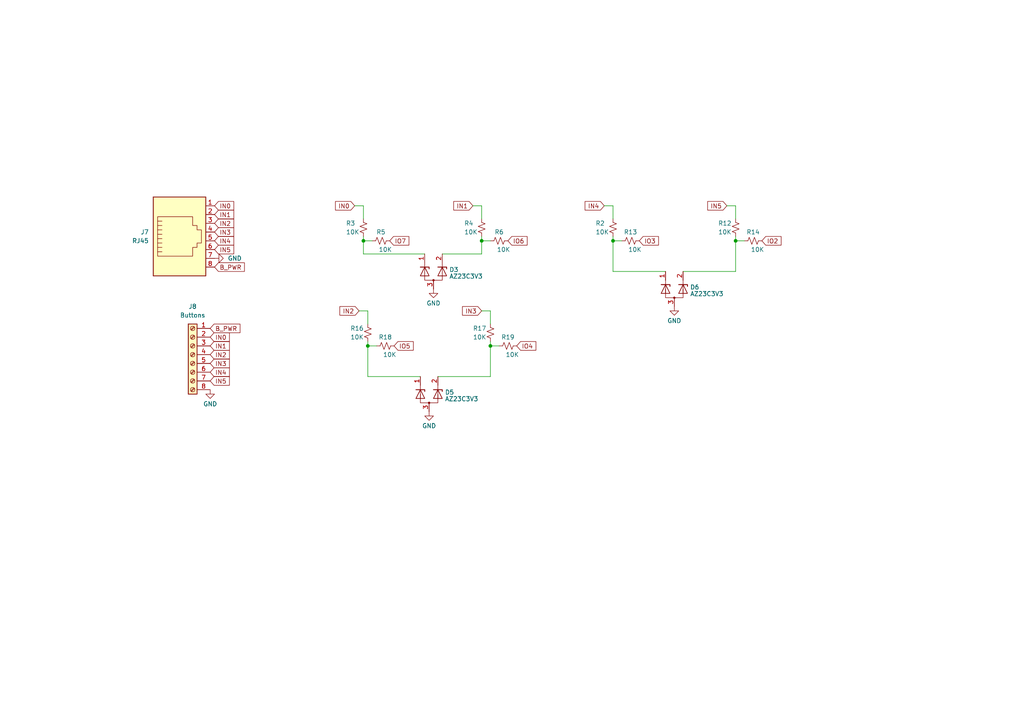
<source format=kicad_sch>
(kicad_sch (version 20230121) (generator eeschema)
  (paper "A4")
  (title_block (title "Button Station") (date "2023-09-23") (rev "v1"))
  (lib_symbols
    (symbol "Connector:RJ45" (pin_names (offset 1.016))
      (property "Reference" "J" (at -5.08 13.97 0))
      (property "Value" "RJ45" (at 2.54 13.97 0))
      (symbol "RJ45_0_1"
        (polyline (pts (xy -5.08 4.445) (xy -6.35 4.445)))
        (polyline (pts (xy -5.08 5.715) (xy -6.35 5.715)))
        (polyline (pts (xy -6.35 -3.175) (xy -5.08 -3.175) (xy -5.08 -3.175)))
        (polyline (pts (xy -6.35 -1.905) (xy -5.08 -1.905) (xy -5.08 -1.905)))
        (polyline (pts (xy -6.35 -0.635) (xy -5.08 -0.635) (xy -5.08 -0.635)))
        (polyline (pts (xy -6.35 0.635) (xy -5.08 0.635) (xy -5.08 0.635)))
        (polyline (pts (xy -6.35 1.905) (xy -5.08 1.905) (xy -5.08 1.905)))
        (polyline (pts (xy -5.08 3.175) (xy -6.35 3.175) (xy -6.35 3.175)))
        (polyline (pts (xy -6.35 -4.445) (xy -6.35 6.985) (xy 3.81 6.985) (xy 3.81 4.445) (xy 5.08 4.445) (xy 5.08 3.175) (xy 6.35 3.175) (xy 6.35 -0.635) (xy 5.08 -0.635) (xy 5.08 -1.905) (xy 3.81 -1.905) (xy 3.81 -4.445) (xy -6.35 -4.445) (xy -6.35 -4.445)))
        (rectangle (start 7.62 12.7) (end -7.62 -10.16) (stroke (width 0.254)) (fill (type background)))
      )
      (symbol "RJ45_1_1"
        (pin passive line (at 10.16 -7.62 180) (length 2.54) (name "~") (number "1"))
        (pin passive line (at 10.16 -5.08 180) (length 2.54) (name "~") (number "2"))
        (pin passive line (at 10.16 -2.54 180) (length 2.54) (name "~") (number "3"))
        (pin passive line (at 10.16 0 180) (length 2.54) (name "~") (number "4"))
        (pin passive line (at 10.16 2.54 180) (length 2.54) (name "~") (number "5"))
        (pin passive line (at 10.16 5.08 180) (length 2.54) (name "~") (number "6"))
        (pin passive line (at 10.16 7.62 180) (length 2.54) (name "~") (number "7"))
        (pin passive line (at 10.16 10.16 180) (length 2.54) (name "~") (number "8"))
      )
    )
    (symbol "Connector:Screw_Terminal_01x08" (pin_names (offset 1.016) hide)
      (property "Reference" "J" (at 0 10.16 0))
      (property "Value" "Screw_Terminal_01x08" (at 0 -12.7 0))
      (symbol "Screw_Terminal_01x08_1_1"
        (rectangle (start -1.27 8.89) (end 1.27 -11.43) (stroke (width 0.254)) (fill (type background)))
        (circle (center 0 -10.16) (radius 0.635) (stroke (width 0.1524)))
        (circle (center 0 -7.62) (radius 0.635) (stroke (width 0.1524)))
        (circle (center 0 -5.08) (radius 0.635) (stroke (width 0.1524)))
        (circle (center 0 -2.54) (radius 0.635) (stroke (width 0.1524)))
        (polyline (pts (xy -0.5334 -9.8298) (xy 0.3302 -10.668)) (stroke (width 0.1524)))
        (polyline (pts (xy -0.5334 -7.2898) (xy 0.3302 -8.128)) (stroke (width 0.1524)))
        (polyline (pts (xy -0.5334 -4.7498) (xy 0.3302 -5.588)) (stroke (width 0.1524)))
        (polyline (pts (xy -0.5334 -2.2098) (xy 0.3302 -3.048)) (stroke (width 0.1524)))
        (polyline (pts (xy -0.5334 0.3302) (xy 0.3302 -0.508)) (stroke (width 0.1524)))
        (polyline (pts (xy -0.5334 2.8702) (xy 0.3302 2.032)) (stroke (width 0.1524)))
        (polyline (pts (xy -0.5334 5.4102) (xy 0.3302 4.572)) (stroke (width 0.1524)))
        (polyline (pts (xy -0.5334 7.9502) (xy 0.3302 7.112)) (stroke (width 0.1524)))
        (polyline (pts (xy -0.3556 -9.652) (xy 0.508 -10.4902)) (stroke (width 0.1524)))
        (polyline (pts (xy -0.3556 -7.112) (xy 0.508 -7.9502)) (stroke (width 0.1524)))
        (polyline (pts (xy -0.3556 -4.572) (xy 0.508 -5.4102)) (stroke (width 0.1524)))
        (polyline (pts (xy -0.3556 -2.032) (xy 0.508 -2.8702)) (stroke (width 0.1524)))
        (polyline (pts (xy -0.3556 0.508) (xy 0.508 -0.3302)) (stroke (width 0.1524)))
        (polyline (pts (xy -0.3556 3.048) (xy 0.508 2.2098)) (stroke (width 0.1524)))
        (polyline (pts (xy -0.3556 5.588) (xy 0.508 4.7498)) (stroke (width 0.1524)))
        (polyline (pts (xy -0.3556 8.128) (xy 0.508 7.2898)) (stroke (width 0.1524)))
        (circle (center 0 0) (radius 0.635) (stroke (width 0.1524)))
        (circle (center 0 2.54) (radius 0.635) (stroke (width 0.1524)))
        (circle (center 0 5.08) (radius 0.635) (stroke (width 0.1524)))
        (circle (center 0 7.62) (radius 0.635) (stroke (width 0.1524)))
        (pin passive line (at -5.08 7.62 0) (length 3.81) (name "Pin_1") (number "1"))
        (pin passive line (at -5.08 5.08 0) (length 3.81) (name "Pin_2") (number "2"))
        (pin passive line (at -5.08 2.54 0) (length 3.81) (name "Pin_3") (number "3"))
        (pin passive line (at -5.08 0 0) (length 3.81) (name "Pin_4") (number "4"))
        (pin passive line (at -5.08 -2.54 0) (length 3.81) (name "Pin_5") (number "5"))
        (pin passive line (at -5.08 -5.08 0) (length 3.81) (name "Pin_6") (number "6"))
        (pin passive line (at -5.08 -7.62 0) (length 3.81) (name "Pin_7") (number "7"))
        (pin passive line (at -5.08 -10.16 0) (length 3.81) (name "Pin_8") (number "8"))
      )
    )
    (symbol "Device:R_Small_US" (pin_numbers hide) (pin_names (offset 0.254) hide)
      (property "Reference" "R" (at 0.762 0.508 0))
      (property "Value" "R_Small_US" (at 0.762 -1.016 0))
      (symbol "R_Small_US_1_1"
        (polyline (pts (xy 0 0) (xy 1.016 -0.381) (xy 0 -0.762) (xy -1.016 -1.143) (xy 0 -1.524)))
        (polyline (pts (xy 0 1.524) (xy 1.016 1.143) (xy 0 0.762) (xy -1.016 0.381) (xy 0 0)))
        (pin passive line (at 0 2.54 270) (length 1.016) (name "~") (number "1"))
        (pin passive line (at 0 -2.54 90) (length 1.016) (name "~") (number "2"))
      )
    )
    (symbol "Diode:2BZX84Cxx" (pin_names (offset 1.016) hide)
      (property "Reference" "D" (at 3.81 2.54 0))
      (property "Value" "2BZX84Cxx" (at 3.81 0 0))
      (symbol "2BZX84Cxx_0_1"
        (circle (center 0 -2.54) (radius 0.254) (fill (type outline)))
        (polyline (pts (xy -2.54 -1.27) (xy -2.54 2.54)))
        (polyline (pts (xy 2.54 -1.27) (xy 2.54 2.54)))
        (polyline (pts (xy -3.81 1.27) (xy -1.27 1.27) (xy -1.27 0.762)) (stroke (width 0.254)))
        (polyline (pts (xy 1.27 1.27) (xy 3.81 1.27) (xy 3.81 0.762)) (stroke (width 0.254)))
        (polyline (pts (xy -2.54 0) (xy -2.54 -2.54) (xy 2.54 -2.54) (xy 2.54 0)))
      )
      (symbol "2BZX84Cxx_1_1"
        (polyline (pts (xy -3.81 -1.27) (xy -1.27 -1.27) (xy -2.54 1.27) (xy -3.81 -1.27)) (stroke (width 0.2032)))
        (polyline (pts (xy 1.27 -1.27) (xy 3.81 -1.27) (xy 2.54 1.27) (xy 1.27 -1.27)) (stroke (width 0.2032)))
        (pin passive line (at -2.54 5.08 270) (length 2.54) (name "K") (number "1"))
        (pin passive line (at 2.54 5.08 270) (length 2.54) (name "K") (number "2"))
        (pin passive line (at 0 -5.08 90) (length 2.54) (name "A") (number "3"))
      )
    )
    (symbol "power:GND" (power) (pin_names (offset 0))
      (property "Value" "GND" (at 0 -3.81 0))
      (symbol "GND_0_1"
        (polyline (pts (xy 0 0) (xy 0 -1.27) (xy 1.27 -1.27) (xy 0 -2.54) (xy -1.27 -1.27) (xy 0 -1.27)))
      )
      (symbol "GND_1_1"
        (pin power_in line (at 0 0 270) (length 0) hide (name "GND") (number "1"))
      )
    )
  )
  (junction (at 213.36 69.85))
  (junction (at 106.68 100.33))
  (junction (at 105.41 69.85))
  (junction (at 142.24 100.33))
  (junction (at 139.7 69.85))
  (junction (at 177.8 69.85))
  (wire (pts (xy 106.68 109.22) (xy 121.92 109.22)))
  (wire (pts (xy 177.8 69.85) (xy 177.8 78.74)))
  (wire (pts (xy 210.82 59.69) (xy 213.36 59.69)))
  (wire (pts (xy 105.41 59.69) (xy 105.41 63.5)))
  (wire (pts (xy 105.41 69.85) (xy 107.95 69.85)))
  (wire (pts (xy 142.24 100.33) (xy 144.78 100.33)))
  (wire (pts (xy 102.87 59.69) (xy 105.41 59.69)))
  (wire (pts (xy 106.68 90.17) (xy 106.68 93.98)))
  (wire (pts (xy 139.7 90.17) (xy 142.24 90.17)))
  (wire (pts (xy 139.7 59.69) (xy 139.7 63.5)))
  (wire (pts (xy 106.68 100.33) (xy 106.68 109.22)))
  (wire (pts (xy 142.24 90.17) (xy 142.24 93.98)))
  (wire (pts (xy 123.19 73.66) (xy 105.41 73.66)))
  (wire (pts (xy 213.36 59.69) (xy 213.36 63.5)))
  (wire (pts (xy 213.36 68.58) (xy 213.36 69.85)))
  (wire (pts (xy 177.8 69.85) (xy 180.34 69.85)))
  (wire (pts (xy 106.68 100.33) (xy 109.22 100.33)))
  (wire (pts (xy 137.16 59.69) (xy 139.7 59.69)))
  (wire (pts (xy 142.24 99.06) (xy 142.24 100.33)))
  (wire (pts (xy 139.7 73.66) (xy 128.27 73.66)))
  (wire (pts (xy 177.8 78.74) (xy 193.04 78.74)))
  (wire (pts (xy 177.8 68.58) (xy 177.8 69.85)))
  (wire (pts (xy 177.8 59.69) (xy 177.8 63.5)))
  (wire (pts (xy 106.68 99.06) (xy 106.68 100.33)))
  (wire (pts (xy 127 109.22) (xy 142.24 109.22)))
  (wire (pts (xy 139.7 69.85) (xy 142.24 69.85)))
  (wire (pts (xy 104.14 90.17) (xy 106.68 90.17)))
  (wire (pts (xy 105.41 68.58) (xy 105.41 69.85)))
  (wire (pts (xy 198.12 78.74) (xy 213.36 78.74)))
  (wire (pts (xy 105.41 69.85) (xy 105.41 73.66)))
  (wire (pts (xy 139.7 68.58) (xy 139.7 69.85)))
  (wire (pts (xy 175.26 59.69) (xy 177.8 59.69)))
  (wire (pts (xy 142.24 100.33) (xy 142.24 109.22)))
  (wire (pts (xy 139.7 69.85) (xy 139.7 73.66)))
  (wire (pts (xy 213.36 69.85) (xy 213.36 78.74)))
  (wire (pts (xy 213.36 69.85) (xy 215.9 69.85)))
  (global_label "IO7" (shape input) (at 113.03 69.85 0) (property "Intersheetrefs" "${INTERSHEET_REFS}" (effects hide)))
  (global_label "IN4" (shape input) (at 60.96 107.95 0) (property "Intersheetrefs" "${INTERSHEET_REFS}" (effects hide)))
  (global_label "IN1" (shape input) (at 62.23 62.23 0) (property "Intersheetrefs" "${INTERSHEET_REFS}" (effects hide)))
  (global_label "IN0" (shape input) (at 60.96 97.79 0) (property "Intersheetrefs" "${INTERSHEET_REFS}" (effects hide)))
  (global_label "IN5" (shape input) (at 62.23 72.39 0) (property "Intersheetrefs" "${INTERSHEET_REFS}" (effects hide)))
  (global_label "IN1" (shape input) (at 137.16 59.69 180) (property "Intersheetrefs" "${INTERSHEET_REFS}" (effects hide)))
  (global_label "IN3" (shape input) (at 139.7 90.17 180) (property "Intersheetrefs" "${INTERSHEET_REFS}" (effects hide)))
  (global_label "IN5" (shape input) (at 210.82 59.69 180) (property "Intersheetrefs" "${INTERSHEET_REFS}" (effects hide)))
  (global_label "IN4" (shape input) (at 62.23 69.85 0) (property "Intersheetrefs" "${INTERSHEET_REFS}" (effects hide)))
  (global_label "IO6" (shape input) (at 147.32 69.85 0) (property "Intersheetrefs" "${INTERSHEET_REFS}" (effects hide)))
  (global_label "IN3" (shape input) (at 60.96 105.41 0) (property "Intersheetrefs" "${INTERSHEET_REFS}" (effects hide)))
  (global_label "IN0" (shape input) (at 62.23 59.69 0) (property "Intersheetrefs" "${INTERSHEET_REFS}" (effects hide)))
  (global_label "B_PWR" (shape input) (at 62.23 77.47 0) (property "Intersheetrefs" "${INTERSHEET_REFS}" (effects hide)))
  (global_label "IN5" (shape input) (at 60.96 110.49 0) (property "Intersheetrefs" "${INTERSHEET_REFS}" (effects hide)))
  (global_label "IN3" (shape input) (at 62.23 67.31 0) (property "Intersheetrefs" "${INTERSHEET_REFS}" (effects hide)))
  (global_label "IN2" (shape input) (at 62.23 64.77 0) (property "Intersheetrefs" "${INTERSHEET_REFS}" (effects hide)))
  (global_label "B_PWR" (shape input) (at 60.96 95.25 0) (property "Intersheetrefs" "${INTERSHEET_REFS}" (effects hide)))
  (global_label "IN2" (shape input) (at 60.96 102.87 0) (property "Intersheetrefs" "${INTERSHEET_REFS}" (effects hide)))
  (global_label "IO4" (shape input) (at 149.86 100.33 0) (property "Intersheetrefs" "${INTERSHEET_REFS}" (effects hide)))
  (global_label "IO5" (shape input) (at 114.3 100.33 0) (property "Intersheetrefs" "${INTERSHEET_REFS}" (effects hide)))
  (global_label "IN2" (shape input) (at 104.14 90.17 180) (property "Intersheetrefs" "${INTERSHEET_REFS}" (effects hide)))
  (global_label "IO2" (shape input) (at 220.98 69.85 0) (property "Intersheetrefs" "${INTERSHEET_REFS}" (effects hide)))
  (global_label "IN0" (shape input) (at 102.87 59.69 180) (property "Intersheetrefs" "${INTERSHEET_REFS}" (effects hide)))
  (global_label "IN4" (shape input) (at 175.26 59.69 180) (property "Intersheetrefs" "${INTERSHEET_REFS}" (effects hide)))
  (global_label "IO3" (shape input) (at 185.42 69.85 0) (property "Intersheetrefs" "${INTERSHEET_REFS}" (effects hide)))
  (global_label "IN1" (shape input) (at 60.96 100.33 0) (property "Intersheetrefs" "${INTERSHEET_REFS}" (effects hide)))
  (symbol (lib_id "Connector:RJ45") (at 52.07 67.31 0) (mirror x) (unit 1)
    (property "Reference" "J7" (at 43.18 67.31 0) (effects (justify right)))
    (property "Value" "RJ45" (at 43.18 69.85 0) (effects (justify right)))
    (property "Footprint" "Connector_RJ:RJ45_Amphenol_54602-x08_Horizontal" (effects hide))
    (property "Digi-Key_PN" "AE10392-ND" (effects hide))
    (property "MPN" "A-2014-2-4-R" (effects hide))
    (property "LCSC_PN" "C2938579" (effects hide))
  )
  (symbol (lib_id "power:GND") (at 195.58 88.9 0) (unit 1)
    (property "Reference" "#PWR01" (effects hide))
    (property "Value" "GND" (at 195.58 93.0355 0))
    (instances (project "WingsStation" (path "" (reference "#PWR01") (unit 1))) (project "iLeftDummyController" (path "" (reference "#PWR059") (unit 1))))
  )
  (symbol (lib_id "Device:R_Small_US") (at 218.44 69.85 90) (unit 1)
    (property "Reference" "R14" (at 218.44 67.31 90))
    (property "Value" "10K" (at 219.71 72.39 90))
    (property "Footprint" "Resistor_SMD:R_0603_1608Metric" (effects hide))
    (property "Digi-Key_PN" "RNCP0603FTD10K0CT-ND" (effects hide))
    (property "MPN" "RNCP0603FTD10K0" (effects hide))
    (property "LCSC" "C25804" (effects hide))
    (instances (project "WingsStation" (path "" (reference "R14") (unit 1))) (project "iLeftDummyController" (path "" (reference "R28") (unit 1))))
  )
  (symbol (lib_id "Diode:2BZX84Cxx") (at 125.73 78.74 0) (unit 1)
    (property "Reference" "D3" (at 130.302 78.2233 0) (effects (justify left)))
    (property "Value" "AZ23C3V3" (at 130.302 80.1443 0) (effects (justify left)))
    (property "Footprint" "Package_TO_SOT_SMD:SOT-23" (effects hide))
    (property "Datasheet" "https://diotec.com/tl_files/diotec/files/pdf/datasheets/bzx84c2v4.pdf" (effects hide))
    (property "Digi-Key_PN" "AZ23C3V3-E3-08GICT-ND" (effects hide))
    (property "MPN" "AZ23C3V3-E3-08" (effects hide))
    (property "LCSC" "C968007" (effects hide))
    (instances (project "WingsStation" (path "" (reference "D3") (unit 1))) (project "iLeftDummyController" (path "" (reference "D15") (unit 1))))
  )
  (symbol (lib_id "Device:R_Small_US") (at 182.88 69.85 90) (unit 1)
    (property "Reference" "R13" (at 182.88 67.31 90))
    (property "Value" "10K" (at 184.15 72.39 90))
    (property "Footprint" "Resistor_SMD:R_0603_1608Metric" (effects hide))
    (property "Digi-Key_PN" "RNCP0603FTD10K0CT-ND" (effects hide))
    (property "MPN" "RNCP0603FTD10K0" (effects hide))
    (property "LCSC" "C25804" (effects hide))
    (instances (project "WingsStation" (path "" (reference "R13") (unit 1))) (project "iLeftDummyController" (path "" (reference "R26") (unit 1))))
  )
  (symbol (lib_id "Device:R_Small_US") (at 213.36 66.04 0) (unit 1)
    (property "Reference" "R12" (at 208.28 64.77 0) (effects (justify left)))
    (property "Value" "10K" (at 208.28 67.31 0) (effects (justify left)))
    (property "Footprint" "Resistor_SMD:R_0603_1608Metric" (effects hide))
    (property "Digi-Key_PN" "RNCP0603FTD10K0CT-ND" (effects hide))
    (property "MPN" "RNCP0603FTD10K0" (effects hide))
    (property "LCSC" "C25804" (effects hide))
    (instances (project "WingsStation" (path "" (reference "R12") (unit 1))) (project "iLeftDummyController" (path "" (reference "R27") (unit 1))))
  )
  (symbol (lib_id "power:GND") (at 62.23 74.93 90) (unit 1)
    (property "Reference" "#PWR018" (effects hide))
    (property "Value" "GND" (at 66.04 74.93 90) (effects (justify right)))
    (instances (project "WingsStation" (path "" (reference "#PWR018") (unit 1))) (project "iLeftDummyController" (path "" (reference "#PWR059") (unit 1))))
  )
  (symbol (lib_id "Device:R_Small_US") (at 144.78 69.85 90) (unit 1)
    (property "Reference" "R6" (at 144.78 67.31 90))
    (property "Value" "10K" (at 146.05 72.39 90))
    (property "Footprint" "Resistor_SMD:R_0603_1608Metric" (effects hide))
    (property "Digi-Key_PN" "RNCP0603FTD10K0CT-ND" (effects hide))
    (property "MPN" "RNCP0603FTD10K0" (effects hide))
    (property "LCSC" "C25804" (effects hide))
    (instances (project "WingsStation" (path "" (reference "R6") (unit 1))) (project "iLeftDummyController" (path "" (reference "R24") (unit 1))))
  )
  (symbol (lib_id "Device:R_Small_US") (at 105.41 66.04 0) (unit 1)
    (property "Reference" "R3" (at 100.33 64.77 0) (effects (justify left)))
    (property "Value" "10K" (at 100.33 67.31 0) (effects (justify left)))
    (property "Footprint" "Resistor_SMD:R_0603_1608Metric" (effects hide))
    (property "Digi-Key_PN" "RNCP0603FTD10K0CT-ND" (effects hide))
    (property "MPN" "RNCP0603FTD10K0" (effects hide))
    (property "LCSC" "C25804" (effects hide))
    (instances (project "WingsStation" (path "" (reference "R3") (unit 1))) (project "iLeftDummyController" (path "" (reference "R21") (unit 1))))
  )
  (symbol (lib_id "power:GND") (at 60.96 113.03 0) (unit 1)
    (property "Reference" "#PWR016" (effects hide))
    (property "Value" "GND" (at 60.96 117.1655 0))
    (instances (project "WingsStation" (path "" (reference "#PWR016") (unit 1))) (project "iLeftDummyController" (path "" (reference "#PWR059") (unit 1))))
  )
  (symbol (lib_id "power:GND") (at 125.73 83.82 0) (unit 1)
    (property "Reference" "#PWR032" (effects hide))
    (property "Value" "GND" (at 125.73 87.9555 0))
    (instances (project "WingsStation" (path "" (reference "#PWR032") (unit 1))) (project "iLeftDummyController" (path "" (reference "#PWR067") (unit 1))))
  )
  (symbol (lib_id "Device:R_Small_US") (at 110.49 69.85 90) (unit 1)
    (property "Reference" "R5" (at 110.49 67.31 90))
    (property "Value" "10K" (at 111.76 72.39 90))
    (property "Footprint" "Resistor_SMD:R_0603_1608Metric" (effects hide))
    (property "Digi-Key_PN" "RNCP0603FTD10K0CT-ND" (effects hide))
    (property "MPN" "RNCP0603FTD10K0" (effects hide))
    (property "LCSC" "C25804" (effects hide))
    (instances (project "WingsStation" (path "" (reference "R5") (unit 1))) (project "iLeftDummyController" (path "" (reference "R22") (unit 1))))
  )
  (symbol (lib_id "Device:R_Small_US") (at 139.7 66.04 0) (unit 1)
    (property "Reference" "R4" (at 134.62 64.77 0) (effects (justify left)))
    (property "Value" "10K" (at 134.62 67.31 0) (effects (justify left)))
    (property "Footprint" "Resistor_SMD:R_0603_1608Metric" (effects hide))
    (property "Digi-Key_PN" "RNCP0603FTD10K0CT-ND" (effects hide))
    (property "MPN" "RNCP0603FTD10K0" (effects hide))
    (property "LCSC" "C25804" (effects hide))
    (instances (project "WingsStation" (path "" (reference "R4") (unit 1))) (project "iLeftDummyController" (path "" (reference "R23") (unit 1))))
  )
  (symbol (lib_id "Diode:2BZX84Cxx") (at 195.58 83.82 0) (unit 1)
    (property "Reference" "D6" (at 200.152 83.3033 0) (effects (justify left)))
    (property "Value" "AZ23C3V3" (at 200.152 85.2243 0) (effects (justify left)))
    (property "Footprint" "Package_TO_SOT_SMD:SOT-23" (effects hide))
    (property "Datasheet" "https://diotec.com/tl_files/diotec/files/pdf/datasheets/bzx84c2v4.pdf" (effects hide))
    (property "Digi-Key_PN" "AZ23C3V3-E3-08GICT-ND" (effects hide))
    (property "MPN" "AZ23C3V3-E3-08" (effects hide))
    (property "LCSC" "C968007" (effects hide))
    (instances (project "WingsStation" (path "" (reference "D6") (unit 1))) (project "iLeftDummyController" (path "" (reference "D11") (unit 1))))
  )
  (symbol (lib_id "Device:R_Small_US") (at 106.68 96.52 0) (unit 1)
    (property "Reference" "R16" (at 101.6 95.25 0) (effects (justify left)))
    (property "Value" "10K" (at 101.6 97.79 0) (effects (justify left)))
    (property "Footprint" "Resistor_SMD:R_0603_1608Metric" (effects hide))
    (property "Digi-Key_PN" "RNCP0603FTD10K0CT-ND" (effects hide))
    (property "MPN" "RNCP0603FTD10K0" (effects hide))
    (property "LCSC" "C25804" (effects hide))
    (instances (project "WingsStation" (path "" (reference "R16") (unit 1))) (project "iLeftDummyController" (path "" (reference "R25") (unit 1))))
  )
  (symbol (lib_id "Device:R_Small_US") (at 147.32 100.33 90) (unit 1)
    (property "Reference" "R19" (at 147.32 97.79 90))
    (property "Value" "10K" (at 148.59 102.87 90))
    (property "Footprint" "Resistor_SMD:R_0603_1608Metric" (effects hide))
    (property "Digi-Key_PN" "RNCP0603FTD10K0CT-ND" (effects hide))
    (property "MPN" "RNCP0603FTD10K0" (effects hide))
    (property "LCSC" "C25804" (effects hide))
    (instances (project "WingsStation" (path "" (reference "R19") (unit 1))) (project "iLeftDummyController" (path "" (reference "R28") (unit 1))))
  )
  (symbol (lib_id "Diode:2BZX84Cxx") (at 124.46 114.3 0) (unit 1)
    (property "Reference" "D5" (at 129.032 113.7833 0) (effects (justify left)))
    (property "Value" "AZ23C3V3" (at 129.032 115.7043 0) (effects (justify left)))
    (property "Footprint" "Package_TO_SOT_SMD:SOT-23" (effects hide))
    (property "Datasheet" "https://diotec.com/tl_files/diotec/files/pdf/datasheets/bzx84c2v4.pdf" (effects hide))
    (property "Digi-Key_PN" "AZ23C3V3-E3-08GICT-ND" (effects hide))
    (property "MPN" "AZ23C3V3-E3-08" (effects hide))
    (property "LCSC" "C968007" (effects hide))
    (instances (project "WingsStation" (path "" (reference "D5") (unit 1))) (project "iLeftDummyController" (path "" (reference "D11") (unit 1))))
  )
  (symbol (lib_id "Device:R_Small_US") (at 111.76 100.33 90) (unit 1)
    (property "Reference" "R18" (at 111.76 97.79 90))
    (property "Value" "10K" (at 113.03 102.87 90))
    (property "Footprint" "Resistor_SMD:R_0603_1608Metric" (effects hide))
    (property "Digi-Key_PN" "RNCP0603FTD10K0CT-ND" (effects hide))
    (property "MPN" "RNCP0603FTD10K0" (effects hide))
    (property "LCSC" "C25804" (effects hide))
    (instances (project "WingsStation" (path "" (reference "R18") (unit 1))) (project "iLeftDummyController" (path "" (reference "R26") (unit 1))))
  )
  (symbol (lib_id "Device:R_Small_US") (at 142.24 96.52 0) (unit 1)
    (property "Reference" "R17" (at 137.16 95.25 0) (effects (justify left)))
    (property "Value" "10K" (at 137.16 97.79 0) (effects (justify left)))
    (property "Footprint" "Resistor_SMD:R_0603_1608Metric" (effects hide))
    (property "Digi-Key_PN" "RNCP0603FTD10K0CT-ND" (effects hide))
    (property "MPN" "RNCP0603FTD10K0" (effects hide))
    (property "LCSC" "C25804" (effects hide))
    (instances (project "WingsStation" (path "" (reference "R17") (unit 1))) (project "iLeftDummyController" (path "" (reference "R27") (unit 1))))
  )
  (symbol (lib_id "power:GND") (at 124.46 119.38 0) (unit 1)
    (property "Reference" "#PWR033" (effects hide))
    (property "Value" "GND" (at 124.46 123.5155 0))
    (instances (project "WingsStation" (path "" (reference "#PWR033") (unit 1))) (project "iLeftDummyController" (path "" (reference "#PWR059") (unit 1))))
  )
  (symbol (lib_id "Connector:Screw_Terminal_01x08") (at 55.88 102.87 0) (mirror y) (unit 1)
    (property "Reference" "J8" (at 55.88 88.9 0))
    (property "Value" "Buttons" (at 55.88 91.44 0))
    (property "Footprint" "Connector_Phoenix_MC_HighVoltage:PhoenixContact_MCV_1,5_8-G-5.08_1x08_P5.08mm_Vertical" (effects hide))
  )
  (symbol (lib_id "Device:R_Small_US") (at 177.8 66.04 0) (unit 1)
    (property "Reference" "R2" (at 172.72 64.77 0) (effects (justify left)))
    (property "Value" "10K" (at 172.72 67.31 0) (effects (justify left)))
    (property "Footprint" "Resistor_SMD:R_0603_1608Metric" (effects hide))
    (property "Digi-Key_PN" "RNCP0603FTD10K0CT-ND" (effects hide))
    (property "MPN" "RNCP0603FTD10K0" (effects hide))
    (property "LCSC" "C25804" (effects hide))
    (instances (project "WingsStation" (path "" (reference "R2") (unit 1))) (project "iLeftDummyController" (path "" (reference "R25") (unit 1))))
  )
)
</source>
